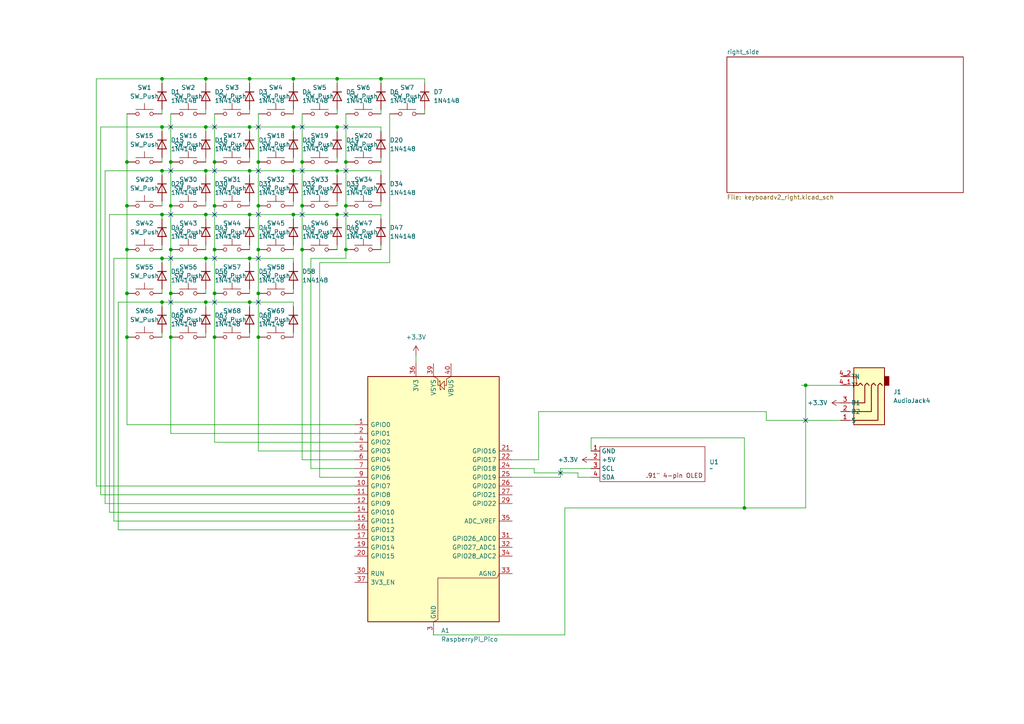
<source format=kicad_sch>
(kicad_sch (version 20231120) (generator "eeschema") (generator_version "8.0")
  (paper "A4")
  (lib_symbols
    (symbol "Connector_Audio:AudioJack4_SwitchT1"
      (property "Reference" "J1" (at -10.16 -3.1751 0))
      (property "Value" "AudioJack4" (at -10.16 -0.6351 0))
      (symbol "AudioJack4_SwitchT1_0_1"
        (rectangle (start -7.62 -5.08) (end -8.89 -7.62) (stroke (width 0.254)) (fill (type outline)))
        (polyline (pts (xy 1.27 -5.08) (xy 2.54 -5.08)))
        (polyline (pts (xy 1.27 2.54) (xy 2.54 2.54)))
        (polyline (pts (xy 2.54 0) (xy 1.27 0)))
        (polyline (pts (xy 2.54 5.08) (xy 1.27 5.08)))
        (rectangle (start 1.27 6.35) (end -7.62 -10.16) (stroke (width 0.254)) (fill (type background)))
      )
      (symbol "AudioJack4_SwitchT1_1_1"
        (polyline (pts (xy 0.508 -5.334) (xy 0.762 -5.842)))
        (polyline (pts (xy -1.27 -5.08) (xy -0.635 -5.715) (xy 0 -5.08) (xy 1.27 -5.08)) (stroke (width 0.254)))
        (polyline (pts (xy 2.54 -7.62) (xy 0.508 -7.62) (xy 0.508 -5.334) (xy 0.254 -5.842)))
        (polyline (pts (xy -3.175 -5.08) (xy -2.54 -5.715) (xy -1.905 -5.08) (xy -1.905 0) (xy 1.27 0)) (stroke (width 0.254)))
        (polyline (pts (xy 1.27 2.54) (xy -3.81 2.54) (xy -3.81 -5.08) (xy -4.445 -5.715) (xy -5.08 -5.08)) (stroke (width 0.254)))
        (polyline (pts (xy 1.27 5.08) (xy -5.715 5.08) (xy -5.715 -5.08) (xy -6.35 -5.715) (xy -6.985 -5.08)) (stroke (width 0.254)))
        (pin passive line (at 5.08 5.08 180) (length 2.54) (name "S") (number "1"))
        (pin passive line (at 5.08 2.54 180) (length 2.54) (name "R2") (number "2"))
        (pin passive line (at 5.08 0 180) (length 2.54) (name "R1") (number "3"))
        (pin passive line (at 5.08 -5.08 180) (length 2.54) (name "T") (number "4_1"))
        (pin passive line (at 5.08 -7.62 180) (length 2.54) (name "TN") (number "4_2"))
      )
    )
    (symbol "Diode:1N4148" (pin_numbers hide) (pin_names hide)
      (property "Reference" "D" (at 0 2.54 0))
      (property "Value" "1N4148" (at 0 -2.54 0))
      (symbol "1N4148_0_1"
        (polyline (pts (xy -1.27 1.27) (xy -1.27 -1.27)) (stroke (width 0.254)))
        (polyline (pts (xy 1.27 0) (xy -1.27 0)))
        (polyline (pts (xy 1.27 1.27) (xy 1.27 -1.27) (xy -1.27 0) (xy 1.27 1.27)) (stroke (width 0.254)))
      )
      (symbol "1N4148_1_1"
        (pin passive line (at -3.81 0 0) (length 2.54) (name "K") (number "1"))
        (pin passive line (at 3.81 0 180) (length 2.54) (name "A") (number "2"))
      )
    )
    (symbol "MCU_Module_RaspberryPi_Pico:RaspberryPi_Pico" (pin_names (offset 0.762))
      (property "Reference" "A" (at -19.05 38.1 0))
      (property "Value" "RaspberryPi_Pico" (at 7.62 38.1 0))
      (symbol "RaspberryPi_Pico_0_1"
        (rectangle (start -19.05 36.83) (end 19.05 -34.29) (stroke (width 0.254)) (fill (type background)))
        (polyline (pts (xy 0 36.83) (xy 1.27 36.195) (xy 1.27 34.29) (xy 1.905 34.29)))
        (polyline (pts (xy 1.905 34.29) (xy 3.175 35.56) (xy 3.175 33.02) (xy 1.905 34.29)))
        (polyline (pts (xy 5.08 36.83) (xy 3.81 36.195) (xy 3.81 34.29) (xy 3.175 34.29)))
        (polyline (pts (xy 0 -34.29) (xy 1.27 -33.655) (xy 1.27 -21.59) (xy 18.415 -21.59) (xy 19.05 -20.32)))
        (polyline (pts (xy 1.651 35.306) (xy 1.651 35.56) (xy 1.905 35.56) (xy 1.905 33.02) (xy 2.159 33.02) (xy 2.159 33.274)))
      )
      (symbol "RaspberryPi_Pico_1_1"
        (pin bidirectional line (at -22.86 22.86 0) (length 3.81) (name "GPIO0") (number "1"))
        (pin bidirectional line (at -22.86 5.08 0) (length 3.81) (name "GPIO7") (number "10"))
        (pin bidirectional line (at -22.86 2.54 0) (length 3.81) (name "GPIO8") (number "11"))
        (pin bidirectional line (at -22.86 0 0) (length 3.81) (name "GPIO9") (number "12"))
        (pin passive line (at 0 -38.1 90) (length 3.81) hide (name "GND") (number "13"))
        (pin bidirectional line (at -22.86 -2.54 0) (length 3.81) (name "GPIO10") (number "14"))
        (pin bidirectional line (at -22.86 -5.08 0) (length 3.81) (name "GPIO11") (number "15"))
        (pin bidirectional line (at -22.86 -7.62 0) (length 3.81) (name "GPIO12") (number "16"))
        (pin bidirectional line (at -22.86 -10.16 0) (length 3.81) (name "GPIO13") (number "17"))
        (pin passive line (at 0 -38.1 90) (length 3.81) hide (name "GND") (number "18"))
        (pin bidirectional line (at -22.86 -12.7 0) (length 3.81) (name "GPIO14") (number "19"))
        (pin bidirectional line (at -22.86 20.32 0) (length 3.81) (name "GPIO1") (number "2"))
        (pin bidirectional line (at -22.86 -15.24 0) (length 3.81) (name "GPIO15") (number "20"))
        (pin bidirectional line (at 22.86 15.24 180) (length 3.81) (name "GPIO16") (number "21"))
        (pin bidirectional line (at 22.86 12.7 180) (length 3.81) (name "GPIO17") (number "22"))
        (pin passive line (at 0 -38.1 90) (length 3.81) hide (name "GND") (number "23"))
        (pin bidirectional line (at 22.86 10.16 180) (length 3.81) (name "GPIO18") (number "24"))
        (pin bidirectional line (at 22.86 7.62 180) (length 3.81) (name "GPIO19") (number "25"))
        (pin bidirectional line (at 22.86 5.08 180) (length 3.81) (name "GPIO20") (number "26"))
        (pin bidirectional line (at 22.86 2.54 180) (length 3.81) (name "GPIO21") (number "27"))
        (pin passive line (at 0 -38.1 90) (length 3.81) hide (name "GND") (number "28"))
        (pin bidirectional line (at 22.86 0 180) (length 3.81) (name "GPIO22") (number "29"))
        (pin power_out line (at 0 -38.1 90) (length 3.81) (name "GND") (number "3"))
        (pin input line (at -22.86 -20.32 0) (length 3.81) (name "RUN") (number "30"))
        (pin bidirectional line (at 22.86 -10.16 180) (length 3.81) (name "GPIO26_ADC0") (number "31"))
        (pin bidirectional line (at 22.86 -12.7 180) (length 3.81) (name "GPIO27_ADC1") (number "32"))
        (pin power_out line (at 22.86 -20.32 180) (length 3.81) (name "AGND") (number "33"))
        (pin bidirectional line (at 22.86 -15.24 180) (length 3.81) (name "GPIO28_ADC2") (number "34"))
        (pin power_in line (at 22.86 -5.08 180) (length 3.81) (name "ADC_VREF") (number "35"))
        (pin power_out line (at -5.08 40.64 270) (length 3.81) (name "3V3") (number "36"))
        (pin input line (at -22.86 -22.86 0) (length 3.81) (name "3V3_EN") (number "37"))
        (pin passive line (at 0 -38.1 90) (length 3.81) hide (name "GND") (number "38"))
        (pin power_in line (at 0 40.64 270) (length 3.81) (name "VSYS") (number "39"))
        (pin bidirectional line (at -22.86 17.78 0) (length 3.81) (name "GPIO2") (number "4"))
        (pin power_out line (at 5.08 40.64 270) (length 3.81) (name "VBUS") (number "40"))
        (pin bidirectional line (at -22.86 15.24 0) (length 3.81) (name "GPIO3") (number "5"))
        (pin bidirectional line (at -22.86 12.7 0) (length 3.81) (name "GPIO4") (number "6"))
        (pin bidirectional line (at -22.86 10.16 0) (length 3.81) (name "GPIO5") (number "7"))
        (pin passive line (at 0 -38.1 90) (length 3.81) hide (name "GND") (number "8"))
        (pin bidirectional line (at -22.86 7.62 0) (length 3.81) (name "GPIO6") (number "9"))
      )
    )
    (symbol "Switch:SW_Push" (pin_numbers hide) (pin_names (offset 1.016) hide)
      (property "Reference" "SW" (at 1.27 2.54 0))
      (property "Value" "SW_Push" (at 0 -1.524 0))
      (symbol "SW_Push_0_1"
        (circle (center -2.032 0) (radius 0.508))
        (polyline (pts (xy 0 1.27) (xy 0 3.048)))
        (polyline (pts (xy 2.54 1.27) (xy -2.54 1.27)))
        (circle (center 2.032 0) (radius 0.508))
        (pin passive line (at -5.08 0 0) (length 2.54) (name "1") (number "1"))
        (pin passive line (at 5.08 0 180) (length 2.54) (name "2") (number "2"))
      )
    )
    (symbol "display:.91{dblquote}_4-pin_OLED"
      (property "Reference" "U" (at 0 -1.27 0))
      (symbol ".91{dblquote}_4-pin_OLED_0_1"
        (rectangle (start -16.51 5.08) (end 13.97 -5.08))
      )
      (symbol ".91{dblquote}_4-pin_OLED_1_1"
        (text ".91\" 4-pin OLED" (at -7.62 3.302 0) (effects (font (size 1.27 1.27))))
        (pin input line (at 16.51 -3.81 180) (length 2.54) (name "GND") (number "1"))
        (pin input line (at 16.51 -1.27 180) (length 2.54) (name "+5V") (number "2"))
        (pin input line (at 16.51 1.27 180) (length 2.54) (name "SCL") (number "3"))
        (pin input line (at 16.51 3.81 180) (length 2.54) (name "SDA") (number "4"))
      )
    )
    (symbol "power:+3.3V" (power) (pin_numbers hide) (pin_names (offset 0) hide)
      (property "Value" "+3.3V" (at 0 3.556 0))
      (symbol "+3.3V_0_1"
        (polyline (pts (xy -0.762 1.27) (xy 0 2.54)))
        (polyline (pts (xy 0 0) (xy 0 2.54)))
        (polyline (pts (xy 0 2.54) (xy 0.762 1.27)))
      )
      (symbol "+3.3V_1_1"
        (pin power_in line (at 0 0 90) (length 0) (name "~") (number "1"))
      )
    )
  )
  (junction (at 59.69 36.83))
  (junction (at 85.09 62.23))
  (junction (at 72.39 87.63))
  (junction (at 97.79 62.23))
  (junction (at 62.23 97.79))
  (junction (at 97.79 22.86))
  (junction (at 46.99 36.83))
  (junction (at 74.93 72.39))
  (junction (at 59.69 62.23))
  (junction (at 74.93 46.99))
  (junction (at 59.69 49.53))
  (junction (at 46.99 49.53))
  (junction (at 72.39 49.53))
  (junction (at 74.93 59.69))
  (junction (at 36.83 46.99))
  (junction (at 100.33 59.69))
  (junction (at 72.39 74.93))
  (junction (at 46.99 22.86))
  (junction (at 36.83 72.39))
  (junction (at 49.53 97.79))
  (junction (at 85.09 49.53))
  (junction (at 85.09 22.86))
  (junction (at 62.23 85.09))
  (junction (at 46.99 62.23))
  (junction (at 72.39 62.23))
  (junction (at 49.53 46.99))
  (junction (at 87.63 46.99))
  (junction (at 62.23 59.69))
  (junction (at 49.53 85.09))
  (junction (at 49.53 72.39))
  (junction (at 36.83 59.69))
  (junction (at 49.53 59.69))
  (junction (at 97.79 49.53))
  (junction (at 87.63 72.39))
  (junction (at 46.99 87.63))
  (junction (at 59.69 74.93))
  (junction (at 100.33 72.39))
  (junction (at 233.68 111.76))
  (junction (at 110.49 22.86))
  (junction (at 74.93 97.79))
  (junction (at 62.23 46.99))
  (junction (at 36.83 85.09))
  (junction (at 46.99 74.93))
  (junction (at 59.69 87.63))
  (junction (at 59.69 22.86))
  (junction (at 72.39 36.83))
  (junction (at 62.23 72.39))
  (junction (at 72.39 22.86))
  (junction (at 36.83 97.79))
  (junction (at 87.63 59.69))
  (junction (at 97.79 36.83))
  (junction (at 74.93 85.09))
  (junction (at 85.09 36.83))
  (junction (at 215.9 147.32))
  (junction (at 100.33 46.99))
  (no_connect (at 162.56 137.16))
  (no_connect (at 100.33 62.23))
  (no_connect (at 62.23 62.23))
  (no_connect (at 62.23 49.53))
  (no_connect (at 49.53 87.63))
  (no_connect (at 62.23 87.63))
  (no_connect (at 62.23 36.83))
  (no_connect (at 49.53 74.93))
  (no_connect (at 87.63 36.83))
  (no_connect (at 74.93 36.83))
  (no_connect (at 87.63 62.23))
  (no_connect (at 74.93 87.63))
  (no_connect (at 100.33 49.53))
  (no_connect (at 87.63 49.53))
  (no_connect (at 100.33 36.83))
  (no_connect (at 74.93 49.53))
  (no_connect (at 74.93 74.93))
  (no_connect (at 62.23 74.93))
  (no_connect (at 49.53 49.53))
  (no_connect (at 49.53 62.23))
  (no_connect (at 49.53 36.83))
  (no_connect (at 74.93 62.23))
  (no_connect (at 233.68 121.92))
  (wire (pts (xy 85.09 62.23) (xy 85.09 63.5)))
  (wire (pts (xy 233.68 147.32) (xy 233.68 111.76)))
  (wire (pts (xy 72.39 62.23) (xy 59.69 62.23)))
  (wire (pts (xy 59.69 49.53) (xy 46.99 49.53)))
  (wire (pts (xy 85.09 22.86) (xy 85.09 24.13)))
  (wire (pts (xy 87.63 133.35) (xy 102.87 133.35)))
  (wire (pts (xy 97.79 36.83) (xy 85.09 36.83)))
  (wire (pts (xy 232.41 111.76) (xy 233.68 111.76)))
  (wire (pts (xy 36.83 123.19) (xy 102.87 123.19)))
  (wire (pts (xy 46.99 96.52) (xy 46.99 97.79)))
  (wire (pts (xy 72.39 36.83) (xy 72.39 38.1)))
  (wire (pts (xy 110.49 49.53) (xy 97.79 49.53)))
  (wire (pts (xy 110.49 45.72) (xy 110.49 46.99)))
  (wire (pts (xy 85.09 36.83) (xy 85.09 38.1)))
  (wire (pts (xy 59.69 62.23) (xy 59.69 63.5)))
  (wire (pts (xy 97.79 62.23) (xy 97.79 63.5)))
  (wire (pts (xy 100.33 33.02) (xy 100.33 46.99)))
  (wire (pts (xy 97.79 49.53) (xy 97.79 50.8)))
  (wire (pts (xy 27.94 22.86) (xy 27.94 140.97)))
  (wire (pts (xy 62.23 33.02) (xy 62.23 46.99)))
  (wire (pts (xy 34.29 87.63) (xy 34.29 153.67)))
  (wire (pts (xy 85.09 58.42) (xy 85.09 59.69)))
  (wire (pts (xy 72.39 87.63) (xy 72.39 88.9)))
  (wire (pts (xy 27.94 140.97) (xy 102.87 140.97)))
  (wire (pts (xy 72.39 45.72) (xy 72.39 46.99)))
  (wire (pts (xy 171.45 138.43) (xy 167.64 138.43)))
  (wire (pts (xy 59.69 58.42) (xy 59.69 59.69)))
  (wire (pts (xy 162.56 135.89) (xy 171.45 135.89)))
  (wire (pts (xy 97.79 22.86) (xy 85.09 22.86)))
  (wire (pts (xy 113.03 76.2) (xy 92.71 76.2)))
  (wire (pts (xy 123.19 22.86) (xy 110.49 22.86)))
  (wire (pts (xy 97.79 31.75) (xy 97.79 33.02)))
  (wire (pts (xy 31.75 62.23) (xy 31.75 148.59)))
  (wire (pts (xy 46.99 74.93) (xy 46.99 76.2)))
  (wire (pts (xy 33.02 74.93) (xy 33.02 151.13)))
  (wire (pts (xy 171.45 127) (xy 171.45 130.81)))
  (wire (pts (xy 29.21 36.83) (xy 46.99 36.83)))
  (wire (pts (xy 90.17 135.89) (xy 102.87 135.89)))
  (wire (pts (xy 49.53 72.39) (xy 49.53 85.09)))
  (wire (pts (xy 46.99 31.75) (xy 46.99 33.02)))
  (wire (pts (xy 110.49 31.75) (xy 110.49 33.02)))
  (wire (pts (xy 148.59 138.43) (xy 162.56 138.43)))
  (wire (pts (xy 97.79 45.72) (xy 97.79 46.99)))
  (wire (pts (xy 59.69 87.63) (xy 59.69 88.9)))
  (wire (pts (xy 110.49 49.53) (xy 110.49 50.8)))
  (wire (pts (xy 59.69 87.63) (xy 46.99 87.63)))
  (wire (pts (xy 125.73 184.15) (xy 163.83 184.15)))
  (wire (pts (xy 36.83 72.39) (xy 36.83 85.09)))
  (wire (pts (xy 33.02 74.93) (xy 46.99 74.93)))
  (wire (pts (xy 72.39 22.86) (xy 59.69 22.86)))
  (wire (pts (xy 46.99 45.72) (xy 46.99 46.99)))
  (wire (pts (xy 59.69 36.83) (xy 59.69 38.1)))
  (wire (pts (xy 85.09 62.23) (xy 72.39 62.23)))
  (wire (pts (xy 148.59 135.89) (xy 154.94 135.89)))
  (wire (pts (xy 46.99 83.82) (xy 46.99 85.09)))
  (wire (pts (xy 49.53 85.09) (xy 49.53 97.79)))
  (wire (pts (xy 97.79 22.86) (xy 97.79 24.13)))
  (wire (pts (xy 30.48 146.05) (xy 102.87 146.05)))
  (wire (pts (xy 46.99 58.42) (xy 46.99 59.69)))
  (wire (pts (xy 33.02 151.13) (xy 102.87 151.13)))
  (wire (pts (xy 59.69 62.23) (xy 46.99 62.23)))
  (wire (pts (xy 215.9 147.32) (xy 233.68 147.32)))
  (wire (pts (xy 49.53 46.99) (xy 49.53 59.69)))
  (wire (pts (xy 72.39 87.63) (xy 59.69 87.63)))
  (wire (pts (xy 90.17 74.93) (xy 90.17 135.89)))
  (wire (pts (xy 222.25 119.38) (xy 222.25 121.92)))
  (wire (pts (xy 85.09 36.83) (xy 72.39 36.83)))
  (wire (pts (xy 110.49 71.12) (xy 110.49 72.39)))
  (wire (pts (xy 110.49 36.83) (xy 110.49 38.1)))
  (wire (pts (xy 85.09 74.93) (xy 72.39 74.93)))
  (wire (pts (xy 156.21 119.38) (xy 222.25 119.38)))
  (wire (pts (xy 215.9 127) (xy 171.45 127)))
  (wire (pts (xy 85.09 45.72) (xy 85.09 46.99)))
  (wire (pts (xy 72.39 22.86) (xy 72.39 24.13)))
  (wire (pts (xy 100.33 72.39) (xy 100.33 74.93)))
  (wire (pts (xy 87.63 59.69) (xy 87.63 72.39)))
  (wire (pts (xy 59.69 83.82) (xy 59.69 85.09)))
  (wire (pts (xy 74.93 72.39) (xy 74.93 85.09)))
  (wire (pts (xy 110.49 58.42) (xy 110.49 59.69)))
  (wire (pts (xy 113.03 33.02) (xy 113.03 76.2)))
  (wire (pts (xy 36.83 33.02) (xy 36.83 46.99)))
  (wire (pts (xy 72.39 36.83) (xy 59.69 36.83)))
  (wire (pts (xy 110.49 22.86) (xy 110.49 24.13)))
  (wire (pts (xy 49.53 97.79) (xy 49.53 125.73)))
  (wire (pts (xy 167.64 137.16) (xy 154.94 137.16)))
  (wire (pts (xy 100.33 46.99) (xy 100.33 59.69)))
  (wire (pts (xy 110.49 22.86) (xy 97.79 22.86)))
  (wire (pts (xy 62.23 59.69) (xy 62.23 72.39)))
  (wire (pts (xy 233.68 111.76) (xy 243.84 111.76)))
  (wire (pts (xy 222.25 121.92) (xy 243.84 121.92)))
  (wire (pts (xy 215.9 147.32) (xy 215.9 127)))
  (wire (pts (xy 92.71 76.2) (xy 92.71 138.43)))
  (wire (pts (xy 92.71 138.43) (xy 102.87 138.43)))
  (wire (pts (xy 27.94 22.86) (xy 46.99 22.86)))
  (wire (pts (xy 72.39 49.53) (xy 72.39 50.8)))
  (wire (pts (xy 74.93 130.81) (xy 102.87 130.81)))
  (wire (pts (xy 110.49 62.23) (xy 110.49 63.5)))
  (wire (pts (xy 34.29 87.63) (xy 46.99 87.63)))
  (wire (pts (xy 46.99 87.63) (xy 46.99 88.9)))
  (wire (pts (xy 85.09 49.53) (xy 72.39 49.53)))
  (wire (pts (xy 85.09 49.53) (xy 85.09 50.8)))
  (wire (pts (xy 97.79 58.42) (xy 97.79 59.69)))
  (wire (pts (xy 36.83 59.69) (xy 36.83 72.39)))
  (wire (pts (xy 85.09 88.9) (xy 85.09 87.63)))
  (wire (pts (xy 97.79 49.53) (xy 85.09 49.53)))
  (wire (pts (xy 49.53 33.02) (xy 49.53 46.99)))
  (wire (pts (xy 74.93 46.99) (xy 74.93 59.69)))
  (wire (pts (xy 87.63 46.99) (xy 87.63 59.69)))
  (wire (pts (xy 85.09 31.75) (xy 85.09 33.02)))
  (wire (pts (xy 85.09 87.63) (xy 72.39 87.63)))
  (wire (pts (xy 72.39 58.42) (xy 72.39 59.69)))
  (wire (pts (xy 74.93 59.69) (xy 74.93 72.39)))
  (wire (pts (xy 46.99 22.86) (xy 59.69 22.86)))
  (wire (pts (xy 62.23 72.39) (xy 62.23 85.09)))
  (wire (pts (xy 85.09 74.93) (xy 85.09 76.2)))
  (wire (pts (xy 154.94 137.16) (xy 154.94 135.89)))
  (wire (pts (xy 34.29 153.67) (xy 102.87 153.67)))
  (wire (pts (xy 62.23 97.79) (xy 62.23 128.27)))
  (wire (pts (xy 74.93 97.79) (xy 74.93 130.81)))
  (wire (pts (xy 87.63 72.39) (xy 87.63 133.35)))
  (wire (pts (xy 59.69 74.93) (xy 59.69 76.2)))
  (wire (pts (xy 62.23 85.09) (xy 62.23 97.79)))
  (wire (pts (xy 29.21 36.83) (xy 29.21 143.51)))
  (wire (pts (xy 72.39 62.23) (xy 72.39 63.5)))
  (wire (pts (xy 31.75 62.23) (xy 46.99 62.23)))
  (wire (pts (xy 46.99 49.53) (xy 46.99 50.8)))
  (wire (pts (xy 46.99 36.83) (xy 46.99 38.1)))
  (wire (pts (xy 72.39 83.82) (xy 72.39 85.09)))
  (wire (pts (xy 46.99 22.86) (xy 46.99 24.13)))
  (wire (pts (xy 36.83 46.99) (xy 36.83 59.69)))
  (wire (pts (xy 49.53 59.69) (xy 49.53 72.39)))
  (wire (pts (xy 85.09 83.82) (xy 85.09 85.09)))
  (wire (pts (xy 100.33 59.69) (xy 100.33 72.39)))
  (wire (pts (xy 36.83 97.79) (xy 36.83 123.19)))
  (wire (pts (xy 72.39 71.12) (xy 72.39 72.39)))
  (wire (pts (xy 163.83 184.15) (xy 163.83 147.32)))
  (wire (pts (xy 59.69 22.86) (xy 59.69 24.13)))
  (wire (pts (xy 49.53 125.73) (xy 102.87 125.73)))
  (wire (pts (xy 97.79 36.83) (xy 97.79 38.1)))
  (wire (pts (xy 59.69 31.75) (xy 59.69 33.02)))
  (wire (pts (xy 74.93 85.09) (xy 74.93 97.79)))
  (wire (pts (xy 72.39 74.93) (xy 59.69 74.93)))
  (wire (pts (xy 59.69 74.93) (xy 46.99 74.93)))
  (wire (pts (xy 110.49 62.23) (xy 97.79 62.23)))
  (wire (pts (xy 97.79 71.12) (xy 97.79 72.39)))
  (wire (pts (xy 30.48 49.53) (xy 30.48 146.05)))
  (wire (pts (xy 162.56 138.43) (xy 162.56 135.89)))
  (wire (pts (xy 72.39 49.53) (xy 59.69 49.53)))
  (wire (pts (xy 72.39 31.75) (xy 72.39 33.02)))
  (wire (pts (xy 59.69 36.83) (xy 46.99 36.83)))
  (wire (pts (xy 120.65 105.41) (xy 120.65 102.87)))
  (wire (pts (xy 36.83 85.09) (xy 36.83 97.79)))
  (wire (pts (xy 72.39 74.93) (xy 72.39 76.2)))
  (wire (pts (xy 123.19 22.86) (xy 123.19 24.13)))
  (wire (pts (xy 163.83 147.32) (xy 215.9 147.32)))
  (wire (pts (xy 59.69 49.53) (xy 59.69 50.8)))
  (wire (pts (xy 87.63 33.02) (xy 87.63 46.99)))
  (wire (pts (xy 31.75 148.59) (xy 102.87 148.59)))
  (wire (pts (xy 97.79 62.23) (xy 85.09 62.23)))
  (wire (pts (xy 30.48 49.53) (xy 46.99 49.53)))
  (wire (pts (xy 62.23 128.27) (xy 102.87 128.27)))
  (wire (pts (xy 62.23 46.99) (xy 62.23 59.69)))
  (wire (pts (xy 59.69 96.52) (xy 59.69 97.79)))
  (wire (pts (xy 100.33 74.93) (xy 90.17 74.93)))
  (wire (pts (xy 85.09 71.12) (xy 85.09 72.39)))
  (wire (pts (xy 74.93 33.02) (xy 74.93 46.99)))
  (wire (pts (xy 148.59 133.35) (xy 156.21 133.35)))
  (wire (pts (xy 167.64 138.43) (xy 167.64 137.16)))
  (wire (pts (xy 85.09 22.86) (xy 72.39 22.86)))
  (wire (pts (xy 29.21 143.51) (xy 102.87 143.51)))
  (wire (pts (xy 156.21 133.35) (xy 156.21 119.38)))
  (wire (pts (xy 46.99 71.12) (xy 46.99 72.39)))
  (wire (pts (xy 110.49 36.83) (xy 97.79 36.83)))
  (wire (pts (xy 46.99 62.23) (xy 46.99 63.5)))
  (wire (pts (xy 59.69 71.12) (xy 59.69 72.39)))
  (wire (pts (xy 123.19 31.75) (xy 123.19 33.02)))
  (wire (pts (xy 59.69 45.72) (xy 59.69 46.99)))
  (wire (pts (xy 72.39 96.52) (xy 72.39 97.79)))
  (wire (pts (xy 85.09 97.79) (xy 85.09 96.52)))
  (symbol (lib_id "Switch:SW_Push") (at 54.61 46.99 0) (unit 1)
    (property "Reference" "SW16" (at 54.61 39.37 0))
    (property "Value" "SW_Push" (at 54.61 41.91 0))
    (property "Footprint" "MX_Hotswap:MX-Hotswap-1U" (effects (hide yes)))
    (property "Description" "Push button switch, generic, two pins" (effects (hide yes)))
  )
  (symbol (lib_id "Switch:SW_Push") (at 92.71 46.99 0) (unit 1)
    (property "Reference" "SW19" (at 92.71 39.37 0))
    (property "Value" "SW_Push" (at 92.71 41.91 0))
    (property "Footprint" "MX_Hotswap:MX-Hotswap-1U" (effects (hide yes)))
    (property "Description" "Push button switch, generic, two pins" (effects (hide yes)))
  )
  (symbol (lib_id "Diode:1N4148") (at 85.09 67.31 270) (unit 1)
    (property "Reference" "D45" (at 87.63 66.0399 90) (effects (justify left)))
    (property "Value" "1N4148" (at 87.63 68.5799 90) (effects (justify left)))
    (property "Footprint" "Diode_THT:D_DO-35_SOD27_P7.62mm_Horizontal" (effects (hide yes)))
    (property "Datasheet" "https://assets.nexperia.com/documents/data-sheet/1N4148_1N4448.pdf" (effects (hide yes)))
    (property "Description" "100V 0.15A standard switching diode, DO-35" (effects (hide yes)))
    (property "Sim.Device" "D" (effects (hide yes)))
    (property "Sim.Pins" "1=K 2=A" (effects (hide yes)))
  )
  (symbol (lib_id "Diode:1N4148") (at 110.49 67.31 270) (unit 1)
    (property "Reference" "D47" (at 113.03 66.0399 90) (effects (justify left)))
    (property "Value" "1N4148" (at 113.03 68.5799 90) (effects (justify left)))
    (property "Footprint" "Diode_THT:D_DO-35_SOD27_P7.62mm_Horizontal" (effects (hide yes)))
    (property "Datasheet" "https://assets.nexperia.com/documents/data-sheet/1N4148_1N4448.pdf" (effects (hide yes)))
    (property "Description" "100V 0.15A standard switching diode, DO-35" (effects (hide yes)))
    (property "Sim.Device" "D" (effects (hide yes)))
    (property "Sim.Pins" "1=K 2=A" (effects (hide yes)))
  )
  (symbol (lib_id "Switch:SW_Push") (at 80.01 33.02 0) (unit 1)
    (property "Reference" "SW4" (at 80.01 25.4 0))
    (property "Value" "SW_Push" (at 80.01 27.94 0))
    (property "Footprint" "MX_Hotswap:MX-Hotswap-1U" (effects (hide yes)))
    (property "Description" "Push button switch, generic, two pins" (effects (hide yes)))
  )
  (symbol (lib_id "Diode:1N4148") (at 85.09 27.94 270) (unit 1)
    (property "Reference" "D4" (at 87.63 26.6699 90) (effects (justify left)))
    (property "Value" "1N4148" (at 87.63 29.2099 90) (effects (justify left)))
    (property "Footprint" "Diode_THT:D_DO-35_SOD27_P7.62mm_Horizontal" (effects (hide yes)))
    (property "Datasheet" "https://assets.nexperia.com/documents/data-sheet/1N4148_1N4448.pdf" (effects (hide yes)))
    (property "Description" "100V 0.15A standard switching diode, DO-35" (effects (hide yes)))
    (property "Sim.Device" "D" (effects (hide yes)))
    (property "Sim.Pins" "1=K 2=A" (effects (hide yes)))
  )
  (symbol (lib_id "Switch:SW_Push") (at 105.41 46.99 0) (unit 1)
    (property "Reference" "SW20" (at 105.41 39.37 0))
    (property "Value" "SW_Push" (at 105.41 41.91 0))
    (property "Footprint" "MX_Hotswap:MX-Hotswap-1U" (effects (hide yes)))
    (property "Description" "Push button switch, generic, two pins" (effects (hide yes)))
  )
  (symbol (lib_id "Diode:1N4148") (at 97.79 54.61 270) (unit 1)
    (property "Reference" "D33" (at 100.33 53.3399 90) (effects (justify left)))
    (property "Value" "1N4148" (at 100.33 55.8799 90) (effects (justify left)))
    (property "Footprint" "Diode_THT:D_DO-35_SOD27_P7.62mm_Horizontal" (effects (hide yes)))
    (property "Datasheet" "https://assets.nexperia.com/documents/data-sheet/1N4148_1N4448.pdf" (effects (hide yes)))
    (property "Description" "100V 0.15A standard switching diode, DO-35" (effects (hide yes)))
    (property "Sim.Device" "D" (effects (hide yes)))
    (property "Sim.Pins" "1=K 2=A" (effects (hide yes)))
  )
  (symbol (lib_id "Diode:1N4148") (at 72.39 27.94 270) (unit 1)
    (property "Reference" "D3" (at 74.93 26.6699 90) (effects (justify left)))
    (property "Value" "1N4148" (at 74.93 29.2099 90) (effects (justify left)))
    (property "Footprint" "Diode_THT:D_DO-35_SOD27_P7.62mm_Horizontal" (effects (hide yes)))
    (property "Datasheet" "https://assets.nexperia.com/documents/data-sheet/1N4148_1N4448.pdf" (effects (hide yes)))
    (property "Description" "100V 0.15A standard switching diode, DO-35" (effects (hide yes)))
    (property "Sim.Device" "D" (effects (hide yes)))
    (property "Sim.Pins" "1=K 2=A" (effects (hide yes)))
  )
  (symbol (lib_id "Diode:1N4148") (at 46.99 67.31 270) (unit 1)
    (property "Reference" "D42" (at 49.53 66.0399 90) (effects (justify left)))
    (property "Value" "1N4148" (at 49.53 68.5799 90) (effects (justify left)))
    (property "Footprint" "Diode_THT:D_DO-35_SOD27_P7.62mm_Horizontal" (effects (hide yes)))
    (property "Datasheet" "https://assets.nexperia.com/documents/data-sheet/1N4148_1N4448.pdf" (effects (hide yes)))
    (property "Description" "100V 0.15A standard switching diode, DO-35" (effects (hide yes)))
    (property "Sim.Device" "D" (effects (hide yes)))
    (property "Sim.Pins" "1=K 2=A" (effects (hide yes)))
  )
  (symbol (lib_id "Switch:SW_Push") (at 80.01 72.39 0) (unit 1)
    (property "Reference" "SW45" (at 80.01 64.77 0))
    (property "Value" "SW_Push" (at 80.01 67.31 0))
    (property "Footprint" "MX_Hotswap:MX-Hotswap-1U" (effects (hide yes)))
    (property "Description" "Push button switch, generic, two pins" (effects (hide yes)))
  )
  (symbol (lib_id "Switch:SW_Push") (at 80.01 97.79 0) (unit 1)
    (property "Reference" "SW69" (at 80.01 90.17 0))
    (property "Value" "SW_Push" (at 80.01 92.71 0))
    (property "Footprint" "MX_Hotswap:MX-Hotswap-1U" (effects (hide yes)))
    (property "Description" "Push button switch, generic, two pins" (effects (hide yes)))
  )
  (symbol (lib_id "Switch:SW_Push") (at 118.11 33.02 0) (unit 1)
    (property "Reference" "SW7" (at 118.11 25.4 0))
    (property "Value" "SW_Push" (at 118.11 27.94 0))
    (property "Footprint" "MX_Hotswap:MX-Hotswap-1U" (effects (hide yes)))
    (property "Description" "Push button switch, generic, two pins" (effects (hide yes)))
  )
  (symbol (lib_id "Switch:SW_Push") (at 41.91 85.09 0) (unit 1)
    (property "Reference" "SW55" (at 41.91 77.47 0))
    (property "Value" "SW_Push" (at 41.91 80.01 0))
    (property "Footprint" "MX_Hotswap:MX-Hotswap-1.5U" (effects (hide yes)))
    (property "Description" "Push button switch, generic, two pins" (effects (hide yes)))
  )
  (symbol (lib_id "Diode:1N4148") (at 59.69 80.01 270) (unit 1)
    (property "Reference" "D56" (at 62.23 78.7399 90) (effects (justify left)))
    (property "Value" "1N4148" (at 62.23 81.2799 90) (effects (justify left)))
    (property "Footprint" "Diode_THT:D_DO-35_SOD27_P7.62mm_Horizontal" (effects (hide yes)))
    (property "Datasheet" "https://assets.nexperia.com/documents/data-sheet/1N4148_1N4448.pdf" (effects (hide yes)))
    (property "Description" "100V 0.15A standard switching diode, DO-35" (effects (hide yes)))
    (property "Sim.Device" "D" (effects (hide yes)))
    (property "Sim.Pins" "1=K 2=A" (effects (hide yes)))
  )
  (symbol (lib_id "Diode:1N4148") (at 59.69 67.31 270) (unit 1)
    (property "Reference" "D43" (at 62.23 66.0399 90) (effects (justify left)))
    (property "Value" "1N4148" (at 62.23 68.5799 90) (effects (justify left)))
    (property "Footprint" "Diode_THT:D_DO-35_SOD27_P7.62mm_Horizontal" (effects (hide yes)))
    (property "Datasheet" "https://assets.nexperia.com/documents/data-sheet/1N4148_1N4448.pdf" (effects (hide yes)))
    (property "Description" "100V 0.15A standard switching diode, DO-35" (effects (hide yes)))
    (property "Sim.Device" "D" (effects (hide yes)))
    (property "Sim.Pins" "1=K 2=A" (effects (hide yes)))
  )
  (symbol (lib_id "Switch:SW_Push") (at 67.31 59.69 0) (unit 1)
    (property "Reference" "SW31" (at 67.31 52.07 0))
    (property "Value" "SW_Push" (at 67.31 54.61 0))
    (property "Footprint" "MX_Hotswap:MX-Hotswap-1U" (effects (hide yes)))
    (property "Description" "Push button switch, generic, two pins" (effects (hide yes)))
  )
  (symbol (lib_id "Switch:SW_Push") (at 41.91 33.02 0) (unit 1)
    (property "Reference" "SW1" (at 41.91 25.4 0))
    (property "Value" "SW_Push" (at 41.91 27.94 0))
    (property "Footprint" "MX_Hotswap:MX-Hotswap-1U" (effects (hide yes)))
    (property "Description" "Push button switch, generic, two pins" (effects (hide yes)))
  )
  (symbol (lib_id "Switch:SW_Push") (at 92.71 72.39 0) (unit 1)
    (property "Reference" "SW46" (at 92.71 64.77 0))
    (property "Value" "SW_Push" (at 92.71 67.31 0))
    (property "Footprint" "MX_Hotswap:MX-Hotswap-1U" (effects (hide yes)))
    (property "Description" "Push button switch, generic, two pins" (effects (hide yes)))
  )
  (symbol (lib_id "Switch:SW_Push") (at 41.91 97.79 0) (unit 1)
    (property "Reference" "SW66" (at 41.91 90.17 0))
    (property "Value" "SW_Push" (at 41.91 92.71 0))
    (property "Footprint" "MX_Hotswap:MX-Hotswap-1U" (effects (hide yes)))
    (property "Description" "Push button switch, generic, two pins" (effects (hide yes)))
  )
  (symbol (lib_id "Switch:SW_Push") (at 80.01 85.09 0) (unit 1)
    (property "Reference" "SW58" (at 80.01 77.47 0))
    (property "Value" "SW_Push" (at 80.01 80.01 0))
    (property "Footprint" "MX_Hotswap:MX-Hotswap-2U" (effects (hide yes)))
    (property "Description" "Push button switch, generic, two pins" (effects (hide yes)))
  )
  (symbol (lib_id "Switch:SW_Push") (at 80.01 46.99 0) (unit 1)
    (property "Reference" "SW18" (at 80.01 39.37 0))
    (property "Value" "SW_Push" (at 80.01 41.91 0))
    (property "Footprint" "MX_Hotswap:MX-Hotswap-1U" (effects (hide yes)))
    (property "Description" "Push button switch, generic, two pins" (effects (hide yes)))
  )
  (symbol (lib_id "Diode:1N4148") (at 97.79 67.31 270) (unit 1)
    (property "Reference" "D46" (at 100.33 66.0399 90) (effects (justify left)))
    (property "Value" "1N4148" (at 100.33 68.5799 90) (effects (justify left)))
    (property "Footprint" "Diode_THT:D_DO-35_SOD27_P7.62mm_Horizontal" (effects (hide yes)))
    (property "Datasheet" "https://assets.nexperia.com/documents/data-sheet/1N4148_1N4448.pdf" (effects (hide yes)))
    (property "Description" "100V 0.15A standard switching diode, DO-35" (effects (hide yes)))
    (property "Sim.Device" "D" (effects (hide yes)))
    (property "Sim.Pins" "1=K 2=A" (effects (hide yes)))
  )
  (symbol (lib_id "Diode:1N4148") (at 59.69 27.94 270) (unit 1)
    (property "Reference" "D2" (at 62.23 26.6699 90) (effects (justify left)))
    (property "Value" "1N4148" (at 62.23 29.2099 90) (effects (justify left)))
    (property "Footprint" "Diode_THT:D_DO-35_SOD27_P7.62mm_Horizontal" (effects (hide yes)))
    (property "Datasheet" "https://assets.nexperia.com/documents/data-sheet/1N4148_1N4448.pdf" (effects (hide yes)))
    (property "Description" "100V 0.15A standard switching diode, DO-35" (effects (hide yes)))
    (property "Sim.Device" "D" (effects (hide yes)))
    (property "Sim.Pins" "1=K 2=A" (effects (hide yes)))
  )
  (symbol (lib_id "Switch:SW_Push") (at 67.31 72.39 0) (unit 1)
    (property "Reference" "SW44" (at 67.31 64.77 0))
    (property "Value" "SW_Push" (at 67.31 67.31 0))
    (property "Footprint" "MX_Hotswap:MX-Hotswap-1U" (effects (hide yes)))
    (property "Description" "Push button switch, generic, two pins" (effects (hide yes)))
  )
  (symbol (lib_id "Diode:1N4148") (at 85.09 41.91 270) (unit 1)
    (property "Reference" "D18" (at 87.63 40.6399 90) (effects (justify left)))
    (property "Value" "1N4148" (at 87.63 43.1799 90) (effects (justify left)))
    (property "Footprint" "Diode_THT:D_DO-35_SOD27_P7.62mm_Horizontal" (effects (hide yes)))
    (property "Datasheet" "https://assets.nexperia.com/documents/data-sheet/1N4148_1N4448.pdf" (effects (hide yes)))
    (property "Description" "100V 0.15A standard switching diode, DO-35" (effects (hide yes)))
    (property "Sim.Device" "D" (effects (hide yes)))
    (property "Sim.Pins" "1=K 2=A" (effects (hide yes)))
  )
  (symbol (lib_id "Diode:1N4148") (at 72.39 80.01 270) (unit 1)
    (property "Reference" "D57" (at 74.93 78.7399 90) (effects (justify left)))
    (property "Value" "1N4148" (at 74.93 81.2799 90) (effects (justify left)))
    (property "Footprint" "Diode_THT:D_DO-35_SOD27_P7.62mm_Horizontal" (effects (hide yes)))
    (property "Datasheet" "https://assets.nexperia.com/documents/data-sheet/1N4148_1N4448.pdf" (effects (hide yes)))
    (property "Description" "100V 0.15A standard switching diode, DO-35" (effects (hide yes)))
    (property "Sim.Device" "D" (effects (hide yes)))
    (property "Sim.Pins" "1=K 2=A" (effects (hide yes)))
  )
  (symbol (lib_id "Diode:1N4148") (at 59.69 92.71 270) (unit 1)
    (property "Reference" "D67" (at 62.23 91.4399 90) (effects (justify left)))
    (property "Value" "1N4148" (at 62.23 93.9799 90) (effects (justify left)))
    (property "Footprint" "Diode_THT:D_DO-35_SOD27_P7.62mm_Horizontal" (effects (hide yes)))
    (property "Datasheet" "https://assets.nexperia.com/documents/data-sheet/1N4148_1N4448.pdf" (effects (hide yes)))
    (property "Description" "100V 0.15A standard switching diode, DO-35" (effects (hide yes)))
    (property "Sim.Device" "D" (effects (hide yes)))
    (property "Sim.Pins" "1=K 2=A" (effects (hide yes)))
  )
  (symbol (lib_id "Switch:SW_Push") (at 105.41 72.39 0) (unit 1)
    (property "Reference" "SW47" (at 105.41 64.77 0))
    (property "Value" "SW_Push" (at 105.41 67.31 0))
    (property "Footprint" "MX_Hotswap:MX-Hotswap-1U" (effects (hide yes)))
    (property "Description" "Push button switch, generic, two pins" (effects (hide yes)))
  )
  (symbol (lib_id "Diode:1N4148") (at 123.19 27.94 270) (unit 1)
    (property "Reference" "D7" (at 125.73 26.6699 90) (effects (justify left)))
    (property "Value" "1N4148" (at 125.73 29.2099 90) (effects (justify left)))
    (property "Footprint" "Diode_THT:D_DO-35_SOD27_P7.62mm_Horizontal" (effects (hide yes)))
    (property "Datasheet" "https://assets.nexperia.com/documents/data-sheet/1N4148_1N4448.pdf" (effects (hide yes)))
    (property "Description" "100V 0.15A standard switching diode, DO-35" (effects (hide yes)))
    (property "Sim.Device" "D" (effects (hide yes)))
    (property "Sim.Pins" "1=K 2=A" (effects (hide yes)))
  )
  (symbol (lib_id "Switch:SW_Push") (at 54.61 33.02 0) (unit 1)
    (property "Reference" "SW2" (at 54.61 25.4 0))
    (property "Value" "SW_Push" (at 54.61 27.94 0))
    (property "Footprint" "MX_Hotswap:MX-Hotswap-1U" (effects (hide yes)))
    (property "Description" "Push button switch, generic, two pins" (effects (hide yes)))
  )
  (symbol (lib_id "Switch:SW_Push") (at 105.41 59.69 0) (unit 1)
    (property "Reference" "SW34" (at 105.41 52.07 0))
    (property "Value" "SW_Push" (at 105.41 54.61 0))
    (property "Footprint" "MX_Hotswap:MX-Hotswap-1U" (effects (hide yes)))
    (property "Description" "Push button switch, generic, two pins" (effects (hide yes)))
  )
  (symbol (lib_id "Switch:SW_Push") (at 67.31 97.79 0) (unit 1)
    (property "Reference" "SW68" (at 67.31 90.17 0))
    (property "Value" "SW_Push" (at 67.31 92.71 0))
    (property "Footprint" "MX_Hotswap:MX-Hotswap-1U" (effects (hide yes)))
    (property "Description" "Push button switch, generic, two pins" (effects (hide yes)))
  )
  (symbol (lib_id "Diode:1N4148") (at 110.49 27.94 270) (unit 1)
    (property "Reference" "D6" (at 113.03 26.6699 90) (effects (justify left)))
    (property "Value" "1N4148" (at 113.03 29.2099 90) (effects (justify left)))
    (property "Footprint" "Diode_THT:D_DO-35_SOD27_P7.62mm_Horizontal" (effects (hide yes)))
    (property "Datasheet" "https://assets.nexperia.com/documents/data-sheet/1N4148_1N4448.pdf" (effects (hide yes)))
    (property "Description" "100V 0.15A standard switching diode, DO-35" (effects (hide yes)))
    (property "Sim.Device" "D" (effects (hide yes)))
    (property "Sim.Pins" "1=K 2=A" (effects (hide yes)))
  )
  (symbol (lib_id "Diode:1N4148") (at 85.09 54.61 270) (unit 1)
    (property "Reference" "D32" (at 87.63 53.3399 90) (effects (justify left)))
    (property "Value" "1N4148" (at 87.63 55.8799 90) (effects (justify left)))
    (property "Footprint" "Diode_THT:D_DO-35_SOD27_P7.62mm_Horizontal" (effects (hide yes)))
    (property "Datasheet" "https://assets.nexperia.com/documents/data-sheet/1N4148_1N4448.pdf" (effects (hide yes)))
    (property "Description" "100V 0.15A standard switching diode, DO-35" (effects (hide yes)))
    (property "Sim.Device" "D" (effects (hide yes)))
    (property "Sim.Pins" "1=K 2=A" (effects (hide yes)))
  )
  (symbol (lib_id "Switch:SW_Push") (at 105.41 33.02 0) (unit 1)
    (property "Reference" "SW6" (at 105.41 25.4 0))
    (property "Value" "SW_Push" (at 105.41 27.94 0))
    (property "Footprint" "MX_Hotswap:MX-Hotswap-1U" (effects (hide yes)))
    (property "Description" "Push button switch, generic, two pins" (effects (hide yes)))
  )
  (symbol (lib_id "Diode:1N4148") (at 72.39 92.71 270) (unit 1)
    (property "Reference" "D68" (at 74.93 91.4399 90) (effects (justify left)))
    (property "Value" "1N4148" (at 74.93 93.9799 90) (effects (justify left)))
    (property "Footprint" "Diode_THT:D_DO-35_SOD27_P7.62mm_Horizontal" (effects (hide yes)))
    (property "Datasheet" "https://assets.nexperia.com/documents/data-sheet/1N4148_1N4448.pdf" (effects (hide yes)))
    (property "Description" "100V 0.15A standard switching diode, DO-35" (effects (hide yes)))
    (property "Sim.Device" "D" (effects (hide yes)))
    (property "Sim.Pins" "1=K 2=A" (effects (hide yes)))
  )
  (symbol (lib_id "Diode:1N4148") (at 46.99 54.61 270) (unit 1)
    (property "Reference" "D29" (at 49.53 53.3399 90) (effects (justify left)))
    (property "Value" "1N4148" (at 49.53 55.8799 90) (effects (justify left)))
    (property "Footprint" "Diode_THT:D_DO-35_SOD27_P7.62mm_Horizontal" (effects (hide yes)))
    (property "Datasheet" "https://assets.nexperia.com/documents/data-sheet/1N4148_1N4448.pdf" (effects (hide yes)))
    (property "Description" "100V 0.15A standard switching diode, DO-35" (effects (hide yes)))
    (property "Sim.Device" "D" (effects (hide yes)))
    (property "Sim.Pins" "1=K 2=A" (effects (hide yes)))
  )
  (symbol (lib_id "Diode:1N4148") (at 85.09 92.71 270) (unit 1)
    (property "Reference" "D69" (effects (hide yes)))
    (property "Value" "1N4148" (effects (hide yes)))
    (property "Footprint" "Diode_THT:D_DO-35_SOD27_P7.62mm_Horizontal" (effects (hide yes)))
    (property "Datasheet" "https://assets.nexperia.com/documents/data-sheet/1N4148_1N4448.pdf" (effects (hide yes)))
    (property "Description" "100V 0.15A standard switching diode, DO-35" (effects (hide yes)))
    (property "Sim.Device" "D" (effects (hide yes)))
    (property "Sim.Pins" "1=K 2=A" (effects (hide yes)))
  )
  (symbol (lib_id "Switch:SW_Push") (at 80.01 59.69 0) (unit 1)
    (property "Reference" "SW32" (at 80.01 52.07 0))
    (property "Value" "SW_Push" (at 80.01 54.61 0))
    (property "Footprint" "MX_Hotswap:MX-Hotswap-1U" (effects (hide yes)))
    (property "Description" "Push button switch, generic, two pins" (effects (hide yes)))
  )
  (symbol (lib_id "Switch:SW_Push") (at 41.91 72.39 0) (unit 1)
    (property "Reference" "SW42" (at 41.91 64.77 0))
    (property "Value" "SW_Push" (at 41.91 67.31 0))
    (property "Footprint" "MX_Hotswap:MX-Hotswap-1.75U" (effects (hide yes)))
    (property "Description" "Push button switch, generic, two pins" (effects (hide yes)))
  )
  (symbol (lib_id "Diode:1N4148") (at 72.39 41.91 270) (unit 1)
    (property "Reference" "D17" (at 74.93 40.6399 90) (effects (justify left)))
    (property "Value" "1N4148" (at 74.93 43.1799 90) (effects (justify left)))
    (property "Footprint" "Diode_THT:D_DO-35_SOD27_P7.62mm_Horizontal" (effects (hide yes)))
    (property "Datasheet" "https://assets.nexperia.com/documents/data-sheet/1N4148_1N4448.pdf" (effects (hide yes)))
    (property "Description" "100V 0.15A standard switching diode, DO-35" (effects (hide yes)))
    (property "Sim.Device" "D" (effects (hide yes)))
    (property "Sim.Pins" "1=K 2=A" (effects (hide yes)))
  )
  (symbol (lib_id "Switch:SW_Push") (at 67.31 85.09 0) (unit 1)
    (property "Reference" "SW57" (at 67.31 77.47 0))
    (property "Value" "SW_Push" (at 67.31 80.01 0))
    (property "Footprint" "MX_Hotswap:MX-Hotswap-1.5U" (effects (hide yes)))
    (property "Description" "Push button switch, generic, two pins" (effects (hide yes)))
  )
  (symbol (lib_id "power:+3.3V") (at 171.45 133.35 90) (unit 1)
    (property "Reference" "#PWR07" (effects (hide yes)))
    (property "Value" "+3.3V" (at 167.64 133.3499 90) (effects (justify left)))
    (property "Description" "Power symbol creates a global label with name \"+3.3V\"" (effects (hide yes)))
  )
  (symbol (lib_id "Switch:SW_Push") (at 41.91 59.69 0) (unit 1)
    (property "Reference" "SW29" (at 41.91 52.07 0))
    (property "Value" "SW_Push" (at 41.91 54.61 0))
    (property "Footprint" "MX_Hotswap:MX-Hotswap-1.5U" (effects (hide yes)))
    (property "Description" "Push button switch, generic, two pins" (effects (hide yes)))
  )
  (symbol (lib_id "Diode:1N4148") (at 97.79 27.94 270) (unit 1)
    (property "Reference" "D5" (at 100.33 26.6699 90) (effects (justify left)))
    (property "Value" "1N4148" (at 100.33 29.2099 90) (effects (justify left)))
    (property "Footprint" "Diode_THT:D_DO-35_SOD27_P7.62mm_Horizontal" (effects (hide yes)))
    (property "Datasheet" "https://assets.nexperia.com/documents/data-sheet/1N4148_1N4448.pdf" (effects (hide yes)))
    (property "Description" "100V 0.15A standard switching diode, DO-35" (effects (hide yes)))
    (property "Sim.Device" "D" (effects (hide yes)))
    (property "Sim.Pins" "1=K 2=A" (effects (hide yes)))
  )
  (symbol (lib_id "Switch:SW_Push") (at 67.31 46.99 0) (unit 1)
    (property "Reference" "SW17" (at 67.31 39.37 0))
    (property "Value" "SW_Push" (at 67.31 41.91 0))
    (property "Footprint" "MX_Hotswap:MX-Hotswap-1U" (effects (hide yes)))
    (property "Description" "Push button switch, generic, two pins" (effects (hide yes)))
  )
  (symbol (lib_id "Diode:1N4148") (at 72.39 67.31 270) (unit 1)
    (property "Reference" "D44" (at 74.93 66.0399 90) (effects (justify left)))
    (property "Value" "1N4148" (at 74.93 68.5799 90) (effects (justify left)))
    (property "Footprint" "Diode_THT:D_DO-35_SOD27_P7.62mm_Horizontal" (effects (hide yes)))
    (property "Datasheet" "https://assets.nexperia.com/documents/data-sheet/1N4148_1N4448.pdf" (effects (hide yes)))
    (property "Description" "100V 0.15A standard switching diode, DO-35" (effects (hide yes)))
    (property "Sim.Device" "D" (effects (hide yes)))
    (property "Sim.Pins" "1=K 2=A" (effects (hide yes)))
  )
  (symbol (lib_id "Diode:1N4148") (at 85.09 80.01 270) (unit 1)
    (property "Reference" "D58" (at 87.63 78.7399 90) (effects (justify left)))
    (property "Value" "1N4148" (at 87.63 81.2799 90) (effects (justify left)))
    (property "Footprint" "Diode_THT:D_DO-35_SOD27_P7.62mm_Horizontal" (effects (hide yes)))
    (property "Datasheet" "https://assets.nexperia.com/documents/data-sheet/1N4148_1N4448.pdf" (effects (hide yes)))
    (property "Description" "100V 0.15A standard switching diode, DO-35" (effects (hide yes)))
    (property "Sim.Device" "D" (effects (hide yes)))
    (property "Sim.Pins" "1=K 2=A" (effects (hide yes)))
  )
  (symbol (lib_id "Diode:1N4148") (at 59.69 54.61 270) (unit 1)
    (property "Reference" "D30" (at 62.23 53.3399 90) (effects (justify left)))
    (property "Value" "1N4148" (at 62.23 55.8799 90) (effects (justify left)))
    (property "Footprint" "Diode_THT:D_DO-35_SOD27_P7.62mm_Horizontal" (effects (hide yes)))
    (property "Datasheet" "https://assets.nexperia.com/documents/data-sheet/1N4148_1N4448.pdf" (effects (hide yes)))
    (property "Description" "100V 0.15A standard switching diode, DO-35" (effects (hide yes)))
    (property "Sim.Device" "D" (effects (hide yes)))
    (property "Sim.Pins" "1=K 2=A" (effects (hide yes)))
  )
  (symbol (lib_id "Diode:1N4148") (at 110.49 54.61 270) (unit 1)
    (property "Reference" "D34" (at 113.03 53.3399 90) (effects (justify left)))
    (property "Value" "1N4148" (at 113.03 55.8799 90) (effects (justify left)))
    (property "Footprint" "Diode_THT:D_DO-35_SOD27_P7.62mm_Horizontal" (effects (hide yes)))
    (property "Datasheet" "https://assets.nexperia.com/documents/data-sheet/1N4148_1N4448.pdf" (effects (hide yes)))
    (property "Description" "100V 0.15A standard switching diode, DO-35" (effects (hide yes)))
    (property "Sim.Device" "D" (effects (hide yes)))
    (property "Sim.Pins" "1=K 2=A" (effects (hide yes)))
  )
  (symbol (lib_id "Diode:1N4148") (at 46.99 92.71 270) (unit 1)
    (property "Reference" "D66" (at 49.53 91.4399 90) (effects (justify left)))
    (property "Value" "1N4148" (at 49.53 93.9799 90) (effects (justify left)))
    (property "Footprint" "Diode_THT:D_DO-35_SOD27_P7.62mm_Horizontal" (effects (hide yes)))
    (property "Datasheet" "https://assets.nexperia.com/documents/data-sheet/1N4148_1N4448.pdf" (effects (hide yes)))
    (property "Description" "100V 0.15A standard switching diode, DO-35" (effects (hide yes)))
    (property "Sim.Device" "D" (effects (hide yes)))
    (property "Sim.Pins" "1=K 2=A" (effects (hide yes)))
  )
  (symbol (lib_id "Switch:SW_Push") (at 54.61 59.69 0) (unit 1)
    (property "Reference" "SW30" (at 54.61 52.07 0))
    (property "Value" "SW_Push" (at 54.61 54.61 0))
    (property "Footprint" "MX_Hotswap:MX-Hotswap-1U" (effects (hide yes)))
    (property "Description" "Push button switch, generic, two pins" (effects (hide yes)))
  )
  (symbol (lib_id "display:.91{dblquote}_4-pin_OLED") (at 187.96 134.62 180) (unit 1)
    (property "Reference" "U1" (at 205.74 133.9849 0) (effects (justify right)))
    (property "Value" "~" (at 205.74 135.89 0) (effects (justify right)))
    (property "Footprint" "Library:SSD1306-0.91-OLED-4pin-128x32" (effects (hide yes)))
  )
  (symbol (lib_id "Switch:SW_Push") (at 54.61 85.09 0) (unit 1)
    (property "Reference" "SW56" (at 54.61 77.47 0))
    (property "Value" "SW_Push" (at 54.61 80.01 0))
    (property "Footprint" "MX_Hotswap:MX-Hotswap-1.5U" (effects (hide yes)))
    (property "Description" "Push button switch, generic, two pins" (effects (hide yes)))
  )
  (symbol (lib_id "Diode:1N4148") (at 46.99 41.91 270) (unit 1)
    (property "Reference" "D15" (at 49.53 40.6399 90) (effects (justify left)))
    (property "Value" "1N4148" (at 49.53 43.1799 90) (effects (justify left)))
    (property "Footprint" "Diode_THT:D_DO-35_SOD27_P7.62mm_Horizontal" (effects (hide yes)))
    (property "Datasheet" "https://assets.nexperia.com/documents/data-sheet/1N4148_1N4448.pdf" (effects (hide yes)))
    (property "Description" "100V 0.15A standard switching diode, DO-35" (effects (hide yes)))
    (property "Sim.Device" "D" (effects (hide yes)))
    (property "Sim.Pins" "1=K 2=A" (effects (hide yes)))
  )
  (symbol (lib_id "power:+3.3V") (at 243.84 116.84 90) (unit 1)
    (property "Reference" "#PWR012" (effects (hide yes)))
    (property "Value" "+3.3V" (at 240.03 116.8399 90) (effects (justify left)))
    (property "Description" "Power symbol creates a global label with name \"+3.3V\"" (effects (hide yes)))
  )
  (symbol (lib_id "Switch:SW_Push") (at 41.91 46.99 0) (unit 1)
    (property "Reference" "SW15" (at 41.91 39.37 0))
    (property "Value" "SW_Push" (at 41.91 41.91 0))
    (property "Footprint" "MX_Hotswap:MX-Hotswap-1.25U" (effects (hide yes)))
    (property "Description" "Push button switch, generic, two pins" (effects (hide yes)))
  )
  (symbol (lib_id "Switch:SW_Push") (at 92.71 33.02 0) (unit 1)
    (property "Reference" "SW5" (at 92.71 25.4 0))
    (property "Value" "SW_Push" (at 92.71 27.94 0))
    (property "Footprint" "MX_Hotswap:MX-Hotswap-1U" (effects (hide yes)))
    (property "Description" "Push button switch, generic, two pins" (effects (hide yes)))
  )
  (symbol (lib_id "Switch:SW_Push") (at 92.71 59.69 0) (unit 1)
    (property "Reference" "SW33" (at 92.71 52.07 0))
    (property "Value" "SW_Push" (at 92.71 54.61 0))
    (property "Footprint" "MX_Hotswap:MX-Hotswap-1U" (effects (hide yes)))
    (property "Description" "Push button switch, generic, two pins" (effects (hide yes)))
  )
  (symbol (lib_id "MCU_Module_RaspberryPi_Pico:RaspberryPi_Pico") (at 125.73 146.05 0) (unit 1)
    (property "Reference" "A1" (at 127.9241 182.88 0) (effects (justify left)))
    (property "Value" "RaspberryPi_Pico" (at 127.9241 185.42 0) (effects (justify left)))
    (property "Footprint" "Module:RaspberryPi_Pico_Common_THT" (effects (hide yes)))
    (property "Datasheet" "https://datasheets.raspberrypi.com/pico/pico-datasheet.pdf" (effects (hide yes)))
    (property "Description" "Versatile and inexpensive microcontroller module powered by RP2040 dual-core Arm Cortex-M0+ processor up to 133 MHz, 264kB SRAM, 2MB QSPI flash" (effects (hide yes)))
  )
  (symbol (lib_id "Diode:1N4148") (at 46.99 80.01 270) (unit 1)
    (property "Reference" "D55" (at 49.53 78.7399 90) (effects (justify left)))
    (property "Value" "1N4148" (at 49.53 81.2799 90) (effects (justify left)))
    (property "Footprint" "Diode_THT:D_DO-35_SOD27_P7.62mm_Horizontal" (effects (hide yes)))
    (property "Datasheet" "https://assets.nexperia.com/documents/data-sheet/1N4148_1N4448.pdf" (effects (hide yes)))
    (property "Description" "100V 0.15A standard switching diode, DO-35" (effects (hide yes)))
    (property "Sim.Device" "D" (effects (hide yes)))
    (property "Sim.Pins" "1=K 2=A" (effects (hide yes)))
  )
  (symbol (lib_id "Diode:1N4148") (at 97.79 41.91 270) (unit 1)
    (property "Reference" "D19" (at 100.33 40.6399 90) (effects (justify left)))
    (property "Value" "1N4148" (at 100.33 43.1799 90) (effects (justify left)))
    (property "Footprint" "Diode_THT:D_DO-35_SOD27_P7.62mm_Horizontal" (effects (hide yes)))
    (property "Datasheet" "https://assets.nexperia.com/documents/data-sheet/1N4148_1N4448.pdf" (effects (hide yes)))
    (property "Description" "100V 0.15A standard switching diode, DO-35" (effects (hide yes)))
    (property "Sim.Device" "D" (effects (hide yes)))
    (property "Sim.Pins" "1=K 2=A" (effects (hide yes)))
  )
  (symbol (lib_id "power:+3.3V") (at 120.65 102.87 0) (unit 1)
    (property "Reference" "#PWR08" (effects (hide yes)))
    (property "Value" "+3.3V" (at 120.65 97.79 0))
    (property "Description" "Power symbol creates a global label with name \"+3.3V\"" (effects (hide yes)))
  )
  (symbol (lib_id "Switch:SW_Push") (at 67.31 33.02 0) (unit 1)
    (property "Reference" "SW3" (at 67.31 25.4 0))
    (property "Value" "SW_Push" (at 67.31 27.94 0))
    (property "Footprint" "MX_Hotswap:MX-Hotswap-1U" (effects (hide yes)))
    (property "Description" "Push button switch, generic, two pins" (effects (hide yes)))
  )
  (symbol (lib_id "Switch:SW_Push") (at 54.61 72.39 0) (unit 1)
    (property "Reference" "SW43" (at 54.61 64.77 0))
    (property "Value" "SW_Push" (at 54.61 67.31 0))
    (property "Footprint" "MX_Hotswap:MX-Hotswap-1U" (effects (hide yes)))
    (property "Description" "Push button switch, generic, two pins" (effects (hide yes)))
  )
  (symbol (lib_id "Diode:1N4148") (at 110.49 41.91 270) (unit 1)
    (property "Reference" "D20" (at 113.03 40.6399 90) (effects (justify left)))
    (property "Value" "1N4148" (at 113.03 43.1799 90) (effects (justify left)))
    (property "Footprint" "Diode_THT:D_DO-35_SOD27_P7.62mm_Horizontal" (effects (hide yes)))
    (property "Datasheet" "https://assets.nexperia.com/documents/data-sheet/1N4148_1N4448.pdf" (effects (hide yes)))
    (property "Description" "100V 0.15A standard switching diode, DO-35" (effects (hide yes)))
    (property "Sim.Device" "D" (effects (hide yes)))
    (property "Sim.Pins" "1=K 2=A" (effects (hide yes)))
  )
  (symbol (lib_id "Diode:1N4148") (at 46.99 27.94 270) (unit 1)
    (property "Reference" "D1" (at 49.53 26.6699 90) (effects (justify left)))
    (property "Value" "1N4148" (at 49.53 29.2099 90) (effects (justify left)))
    (property "Footprint" "Diode_THT:D_DO-35_SOD27_P7.62mm_Horizontal" (effects (hide yes)))
    (property "Datasheet" "https://assets.nexperia.com/documents/data-sheet/1N4148_1N4448.pdf" (effects (hide yes)))
    (property "Description" "100V 0.15A standard switching diode, DO-35" (effects (hide yes)))
    (property "Sim.Device" "D" (effects (hide yes)))
    (property "Sim.Pins" "1=K 2=A" (effects (hide yes)))
  )
  (symbol (lib_id "Diode:1N4148") (at 59.69 41.91 270) (unit 1)
    (property "Reference" "D16" (at 62.23 40.6399 90) (effects (justify left)))
    (property "Value" "1N4148" (at 62.23 43.1799 90) (effects (justify left)))
    (property "Footprint" "Diode_THT:D_DO-35_SOD27_P7.62mm_Horizontal" (effects (hide yes)))
    (property "Datasheet" "https://assets.nexperia.com/documents/data-sheet/1N4148_1N4448.pdf" (effects (hide yes)))
    (property "Description" "100V 0.15A standard switching diode, DO-35" (effects (hide yes)))
    (property "Sim.Device" "D" (effects (hide yes)))
    (property "Sim.Pins" "1=K 2=A" (effects (hide yes)))
  )
  (symbol (lib_id "Diode:1N4148") (at 72.39 54.61 270) (unit 1)
    (property "Reference" "D31" (at 74.93 53.3399 90) (effects (justify left)))
    (property "Value" "1N4148" (at 74.93 55.8799 90) (effects (justify left)))
    (property "Footprint" "Diode_THT:D_DO-35_SOD27_P7.62mm_Horizontal" (effects (hide yes)))
    (property "Datasheet" "https://assets.nexperia.com/documents/data-sheet/1N4148_1N4448.pdf" (effects (hide yes)))
    (property "Description" "100V 0.15A standard switching diode, DO-35" (effects (hide yes)))
    (property "Sim.Device" "D" (effects (hide yes)))
    (property "Sim.Pins" "1=K 2=A" (effects (hide yes)))
  )
  (symbol (lib_id "Connector_Audio:AudioJack4_SwitchT1") (at 248.92 116.84 180) (unit 1)
    (property "Reference" "J1" (at 259.08 113.6649 0) (effects (justify right)))
    (property "Value" "AudioJack4" (at 259.08 116.2049 0) (effects (justify right)))
    (property "Footprint" "Library:TENSILITY_54-00174" (effects (hide yes)))
    (property "Description" "Audio Jack, 4 Poles (Stereo / TRRS), Switched T1 Pole (Normalling)" (effects (hide yes)))
  )
  (symbol (lib_id "Switch:SW_Push") (at 54.61 97.79 0) (unit 1)
    (property "Reference" "SW67" (at 54.61 90.17 0))
    (property "Value" "SW_Push" (at 54.61 92.71 0))
    (property "Footprint" "MX_Hotswap:MX-Hotswap-1U" (effects (hide yes)))
    (property "Description" "Push button switch, generic, two pins" (effects (hide yes)))
  )
  (sheet (at 210.82 16.51) (size 68.58 39.37) (stroke (width 0.1524))
    (property "Sheetname" "right_side" (at 210.82 15.7984 0) (effects (justify left bottom)))
    (property "Sheetfile" "keyboardv2_right.kicad_sch" (at 210.82 56.4646 0) (effects (justify left top)))
  )
)
</source>
